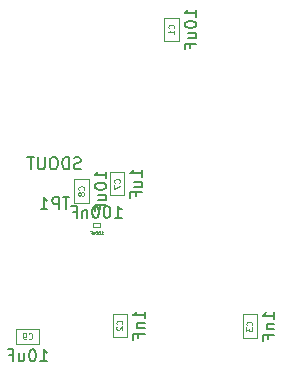
<source format=gbr>
G04 #@! TF.GenerationSoftware,KiCad,Pcbnew,5.1.1-8be2ce7~80~ubuntu18.10.1*
G04 #@! TF.CreationDate,2019-05-27T00:45:37+08:00*
G04 #@! TF.ProjectId,tas2562_dev_pcb,74617332-3536-4325-9f64-65765f706362,rev?*
G04 #@! TF.SameCoordinates,Original*
G04 #@! TF.FileFunction,Other,Fab,Bot*
%FSLAX46Y46*%
G04 Gerber Fmt 4.6, Leading zero omitted, Abs format (unit mm)*
G04 Created by KiCad (PCBNEW 5.1.1-8be2ce7~80~ubuntu18.10.1) date 2019-05-27 00:45:37*
%MOMM*%
%LPD*%
G04 APERTURE LIST*
%ADD10C,0.100000*%
%ADD11C,0.150000*%
%ADD12C,0.080000*%
%ADD13C,0.040000*%
G04 APERTURE END LIST*
D10*
X167986000Y-88200500D02*
X167986000Y-86200500D01*
X166786000Y-88200500D02*
X167986000Y-88200500D01*
X166786000Y-86200500D02*
X166786000Y-88200500D01*
X167986000Y-86200500D02*
X166786000Y-86200500D01*
X163600000Y-113262500D02*
X163600000Y-111262500D01*
X162400000Y-113262500D02*
X163600000Y-113262500D01*
X162400000Y-111262500D02*
X162400000Y-113262500D01*
X163600000Y-111262500D02*
X162400000Y-111262500D01*
X174600000Y-111337500D02*
X173400000Y-111337500D01*
X173400000Y-111337500D02*
X173400000Y-113337500D01*
X173400000Y-113337500D02*
X174600000Y-113337500D01*
X174600000Y-113337500D02*
X174600000Y-111337500D01*
X163400000Y-99262500D02*
X162200000Y-99262500D01*
X162200000Y-99262500D02*
X162200000Y-101262500D01*
X162200000Y-101262500D02*
X163400000Y-101262500D01*
X163400000Y-101262500D02*
X163400000Y-99262500D01*
X160366000Y-99886500D02*
X159166000Y-99886500D01*
X159166000Y-99886500D02*
X159166000Y-101886500D01*
X159166000Y-101886500D02*
X160366000Y-101886500D01*
X160366000Y-101886500D02*
X160366000Y-99886500D01*
X156200000Y-113800000D02*
X156200000Y-112600000D01*
X156200000Y-112600000D02*
X154200000Y-112600000D01*
X154200000Y-112600000D02*
X154200000Y-113800000D01*
X154200000Y-113800000D02*
X156200000Y-113800000D01*
X160736000Y-103609000D02*
X160736000Y-103909000D01*
X160736000Y-103909000D02*
X161336000Y-103909000D01*
X161336000Y-103909000D02*
X161336000Y-103609000D01*
X161336000Y-103609000D02*
X160736000Y-103609000D01*
D11*
X169488380Y-86129071D02*
X169488380Y-85557642D01*
X169488380Y-85843357D02*
X168488380Y-85843357D01*
X168631238Y-85748119D01*
X168726476Y-85652880D01*
X168774095Y-85557642D01*
X168488380Y-86748119D02*
X168488380Y-86843357D01*
X168536000Y-86938595D01*
X168583619Y-86986214D01*
X168678857Y-87033833D01*
X168869333Y-87081452D01*
X169107428Y-87081452D01*
X169297904Y-87033833D01*
X169393142Y-86986214D01*
X169440761Y-86938595D01*
X169488380Y-86843357D01*
X169488380Y-86748119D01*
X169440761Y-86652880D01*
X169393142Y-86605261D01*
X169297904Y-86557642D01*
X169107428Y-86510023D01*
X168869333Y-86510023D01*
X168678857Y-86557642D01*
X168583619Y-86605261D01*
X168536000Y-86652880D01*
X168488380Y-86748119D01*
X168821714Y-87938595D02*
X169488380Y-87938595D01*
X168821714Y-87510023D02*
X169345523Y-87510023D01*
X169440761Y-87557642D01*
X169488380Y-87652880D01*
X169488380Y-87795738D01*
X169440761Y-87890976D01*
X169393142Y-87938595D01*
X168964571Y-88748119D02*
X168964571Y-88414785D01*
X169488380Y-88414785D02*
X168488380Y-88414785D01*
X168488380Y-88890976D01*
D12*
X167564571Y-87117166D02*
X167588380Y-87093357D01*
X167612190Y-87021928D01*
X167612190Y-86974309D01*
X167588380Y-86902880D01*
X167540761Y-86855261D01*
X167493142Y-86831452D01*
X167397904Y-86807642D01*
X167326476Y-86807642D01*
X167231238Y-86831452D01*
X167183619Y-86855261D01*
X167136000Y-86902880D01*
X167112190Y-86974309D01*
X167112190Y-87021928D01*
X167136000Y-87093357D01*
X167159809Y-87117166D01*
X167612190Y-87593357D02*
X167612190Y-87307642D01*
X167612190Y-87450500D02*
X167112190Y-87450500D01*
X167183619Y-87402880D01*
X167231238Y-87355261D01*
X167255047Y-87307642D01*
D11*
X165102380Y-111667261D02*
X165102380Y-111095833D01*
X165102380Y-111381547D02*
X164102380Y-111381547D01*
X164245238Y-111286309D01*
X164340476Y-111191071D01*
X164388095Y-111095833D01*
X164435714Y-112095833D02*
X165102380Y-112095833D01*
X164530952Y-112095833D02*
X164483333Y-112143452D01*
X164435714Y-112238690D01*
X164435714Y-112381547D01*
X164483333Y-112476785D01*
X164578571Y-112524404D01*
X165102380Y-112524404D01*
X164578571Y-113333928D02*
X164578571Y-113000595D01*
X165102380Y-113000595D02*
X164102380Y-113000595D01*
X164102380Y-113476785D01*
D12*
X163178571Y-112179166D02*
X163202380Y-112155357D01*
X163226190Y-112083928D01*
X163226190Y-112036309D01*
X163202380Y-111964880D01*
X163154761Y-111917261D01*
X163107142Y-111893452D01*
X163011904Y-111869642D01*
X162940476Y-111869642D01*
X162845238Y-111893452D01*
X162797619Y-111917261D01*
X162750000Y-111964880D01*
X162726190Y-112036309D01*
X162726190Y-112083928D01*
X162750000Y-112155357D01*
X162773809Y-112179166D01*
X162773809Y-112369642D02*
X162750000Y-112393452D01*
X162726190Y-112441071D01*
X162726190Y-112560119D01*
X162750000Y-112607738D01*
X162773809Y-112631547D01*
X162821428Y-112655357D01*
X162869047Y-112655357D01*
X162940476Y-112631547D01*
X163226190Y-112345833D01*
X163226190Y-112655357D01*
D11*
X176102380Y-111742261D02*
X176102380Y-111170833D01*
X176102380Y-111456547D02*
X175102380Y-111456547D01*
X175245238Y-111361309D01*
X175340476Y-111266071D01*
X175388095Y-111170833D01*
X175435714Y-112170833D02*
X176102380Y-112170833D01*
X175530952Y-112170833D02*
X175483333Y-112218452D01*
X175435714Y-112313690D01*
X175435714Y-112456547D01*
X175483333Y-112551785D01*
X175578571Y-112599404D01*
X176102380Y-112599404D01*
X175578571Y-113408928D02*
X175578571Y-113075595D01*
X176102380Y-113075595D02*
X175102380Y-113075595D01*
X175102380Y-113551785D01*
D12*
X174178571Y-112254166D02*
X174202380Y-112230357D01*
X174226190Y-112158928D01*
X174226190Y-112111309D01*
X174202380Y-112039880D01*
X174154761Y-111992261D01*
X174107142Y-111968452D01*
X174011904Y-111944642D01*
X173940476Y-111944642D01*
X173845238Y-111968452D01*
X173797619Y-111992261D01*
X173750000Y-112039880D01*
X173726190Y-112111309D01*
X173726190Y-112158928D01*
X173750000Y-112230357D01*
X173773809Y-112254166D01*
X173726190Y-112420833D02*
X173726190Y-112730357D01*
X173916666Y-112563690D01*
X173916666Y-112635119D01*
X173940476Y-112682738D01*
X173964285Y-112706547D01*
X174011904Y-112730357D01*
X174130952Y-112730357D01*
X174178571Y-112706547D01*
X174202380Y-112682738D01*
X174226190Y-112635119D01*
X174226190Y-112492261D01*
X174202380Y-112444642D01*
X174178571Y-112420833D01*
D11*
X164902380Y-99667261D02*
X164902380Y-99095833D01*
X164902380Y-99381547D02*
X163902380Y-99381547D01*
X164045238Y-99286309D01*
X164140476Y-99191071D01*
X164188095Y-99095833D01*
X164235714Y-100524404D02*
X164902380Y-100524404D01*
X164235714Y-100095833D02*
X164759523Y-100095833D01*
X164854761Y-100143452D01*
X164902380Y-100238690D01*
X164902380Y-100381547D01*
X164854761Y-100476785D01*
X164807142Y-100524404D01*
X164378571Y-101333928D02*
X164378571Y-101000595D01*
X164902380Y-101000595D02*
X163902380Y-101000595D01*
X163902380Y-101476785D01*
D12*
X162978571Y-100179166D02*
X163002380Y-100155357D01*
X163026190Y-100083928D01*
X163026190Y-100036309D01*
X163002380Y-99964880D01*
X162954761Y-99917261D01*
X162907142Y-99893452D01*
X162811904Y-99869642D01*
X162740476Y-99869642D01*
X162645238Y-99893452D01*
X162597619Y-99917261D01*
X162550000Y-99964880D01*
X162526190Y-100036309D01*
X162526190Y-100083928D01*
X162550000Y-100155357D01*
X162573809Y-100179166D01*
X162526190Y-100345833D02*
X162526190Y-100679166D01*
X163026190Y-100464880D01*
D11*
X161868380Y-99815071D02*
X161868380Y-99243642D01*
X161868380Y-99529357D02*
X160868380Y-99529357D01*
X161011238Y-99434119D01*
X161106476Y-99338880D01*
X161154095Y-99243642D01*
X160868380Y-100434119D02*
X160868380Y-100529357D01*
X160916000Y-100624595D01*
X160963619Y-100672214D01*
X161058857Y-100719833D01*
X161249333Y-100767452D01*
X161487428Y-100767452D01*
X161677904Y-100719833D01*
X161773142Y-100672214D01*
X161820761Y-100624595D01*
X161868380Y-100529357D01*
X161868380Y-100434119D01*
X161820761Y-100338880D01*
X161773142Y-100291261D01*
X161677904Y-100243642D01*
X161487428Y-100196023D01*
X161249333Y-100196023D01*
X161058857Y-100243642D01*
X160963619Y-100291261D01*
X160916000Y-100338880D01*
X160868380Y-100434119D01*
X161201714Y-101624595D02*
X161868380Y-101624595D01*
X161201714Y-101196023D02*
X161725523Y-101196023D01*
X161820761Y-101243642D01*
X161868380Y-101338880D01*
X161868380Y-101481738D01*
X161820761Y-101576976D01*
X161773142Y-101624595D01*
X161344571Y-102434119D02*
X161344571Y-102100785D01*
X161868380Y-102100785D02*
X160868380Y-102100785D01*
X160868380Y-102576976D01*
D12*
X159944571Y-100803166D02*
X159968380Y-100779357D01*
X159992190Y-100707928D01*
X159992190Y-100660309D01*
X159968380Y-100588880D01*
X159920761Y-100541261D01*
X159873142Y-100517452D01*
X159777904Y-100493642D01*
X159706476Y-100493642D01*
X159611238Y-100517452D01*
X159563619Y-100541261D01*
X159516000Y-100588880D01*
X159492190Y-100660309D01*
X159492190Y-100707928D01*
X159516000Y-100779357D01*
X159539809Y-100803166D01*
X159706476Y-101088880D02*
X159682666Y-101041261D01*
X159658857Y-101017452D01*
X159611238Y-100993642D01*
X159587428Y-100993642D01*
X159539809Y-101017452D01*
X159516000Y-101041261D01*
X159492190Y-101088880D01*
X159492190Y-101184119D01*
X159516000Y-101231738D01*
X159539809Y-101255547D01*
X159587428Y-101279357D01*
X159611238Y-101279357D01*
X159658857Y-101255547D01*
X159682666Y-101231738D01*
X159706476Y-101184119D01*
X159706476Y-101088880D01*
X159730285Y-101041261D01*
X159754095Y-101017452D01*
X159801714Y-100993642D01*
X159896952Y-100993642D01*
X159944571Y-101017452D01*
X159968380Y-101041261D01*
X159992190Y-101088880D01*
X159992190Y-101184119D01*
X159968380Y-101231738D01*
X159944571Y-101255547D01*
X159896952Y-101279357D01*
X159801714Y-101279357D01*
X159754095Y-101255547D01*
X159730285Y-101231738D01*
X159706476Y-101184119D01*
D11*
X159694285Y-98984761D02*
X159551428Y-99032380D01*
X159313333Y-99032380D01*
X159218095Y-98984761D01*
X159170476Y-98937142D01*
X159122857Y-98841904D01*
X159122857Y-98746666D01*
X159170476Y-98651428D01*
X159218095Y-98603809D01*
X159313333Y-98556190D01*
X159503809Y-98508571D01*
X159599047Y-98460952D01*
X159646666Y-98413333D01*
X159694285Y-98318095D01*
X159694285Y-98222857D01*
X159646666Y-98127619D01*
X159599047Y-98080000D01*
X159503809Y-98032380D01*
X159265714Y-98032380D01*
X159122857Y-98080000D01*
X158694285Y-99032380D02*
X158694285Y-98032380D01*
X158456190Y-98032380D01*
X158313333Y-98080000D01*
X158218095Y-98175238D01*
X158170476Y-98270476D01*
X158122857Y-98460952D01*
X158122857Y-98603809D01*
X158170476Y-98794285D01*
X158218095Y-98889523D01*
X158313333Y-98984761D01*
X158456190Y-99032380D01*
X158694285Y-99032380D01*
X157503809Y-98032380D02*
X157313333Y-98032380D01*
X157218095Y-98080000D01*
X157122857Y-98175238D01*
X157075238Y-98365714D01*
X157075238Y-98699047D01*
X157122857Y-98889523D01*
X157218095Y-98984761D01*
X157313333Y-99032380D01*
X157503809Y-99032380D01*
X157599047Y-98984761D01*
X157694285Y-98889523D01*
X157741904Y-98699047D01*
X157741904Y-98365714D01*
X157694285Y-98175238D01*
X157599047Y-98080000D01*
X157503809Y-98032380D01*
X156646666Y-98032380D02*
X156646666Y-98841904D01*
X156599047Y-98937142D01*
X156551428Y-98984761D01*
X156456190Y-99032380D01*
X156265714Y-99032380D01*
X156170476Y-98984761D01*
X156122857Y-98937142D01*
X156075238Y-98841904D01*
X156075238Y-98032380D01*
X155741904Y-98032380D02*
X155170476Y-98032380D01*
X155456190Y-99032380D02*
X155456190Y-98032380D01*
X158741904Y-101432380D02*
X158170476Y-101432380D01*
X158456190Y-102432380D02*
X158456190Y-101432380D01*
X157837142Y-102432380D02*
X157837142Y-101432380D01*
X157456190Y-101432380D01*
X157360952Y-101480000D01*
X157313333Y-101527619D01*
X157265714Y-101622857D01*
X157265714Y-101765714D01*
X157313333Y-101860952D01*
X157360952Y-101908571D01*
X157456190Y-101956190D01*
X157837142Y-101956190D01*
X156313333Y-102432380D02*
X156884761Y-102432380D01*
X156599047Y-102432380D02*
X156599047Y-101432380D01*
X156694285Y-101575238D01*
X156789523Y-101670476D01*
X156884761Y-101718095D01*
X156271428Y-115302380D02*
X156842857Y-115302380D01*
X156557142Y-115302380D02*
X156557142Y-114302380D01*
X156652380Y-114445238D01*
X156747619Y-114540476D01*
X156842857Y-114588095D01*
X155652380Y-114302380D02*
X155557142Y-114302380D01*
X155461904Y-114350000D01*
X155414285Y-114397619D01*
X155366666Y-114492857D01*
X155319047Y-114683333D01*
X155319047Y-114921428D01*
X155366666Y-115111904D01*
X155414285Y-115207142D01*
X155461904Y-115254761D01*
X155557142Y-115302380D01*
X155652380Y-115302380D01*
X155747619Y-115254761D01*
X155795238Y-115207142D01*
X155842857Y-115111904D01*
X155890476Y-114921428D01*
X155890476Y-114683333D01*
X155842857Y-114492857D01*
X155795238Y-114397619D01*
X155747619Y-114350000D01*
X155652380Y-114302380D01*
X154461904Y-114635714D02*
X154461904Y-115302380D01*
X154890476Y-114635714D02*
X154890476Y-115159523D01*
X154842857Y-115254761D01*
X154747619Y-115302380D01*
X154604761Y-115302380D01*
X154509523Y-115254761D01*
X154461904Y-115207142D01*
X153652380Y-114778571D02*
X153985714Y-114778571D01*
X153985714Y-115302380D02*
X153985714Y-114302380D01*
X153509523Y-114302380D01*
D12*
X155283333Y-113378571D02*
X155307142Y-113402380D01*
X155378571Y-113426190D01*
X155426190Y-113426190D01*
X155497619Y-113402380D01*
X155545238Y-113354761D01*
X155569047Y-113307142D01*
X155592857Y-113211904D01*
X155592857Y-113140476D01*
X155569047Y-113045238D01*
X155545238Y-112997619D01*
X155497619Y-112950000D01*
X155426190Y-112926190D01*
X155378571Y-112926190D01*
X155307142Y-112950000D01*
X155283333Y-112973809D01*
X155045238Y-113426190D02*
X154950000Y-113426190D01*
X154902380Y-113402380D01*
X154878571Y-113378571D01*
X154830952Y-113307142D01*
X154807142Y-113211904D01*
X154807142Y-113021428D01*
X154830952Y-112973809D01*
X154854761Y-112950000D01*
X154902380Y-112926190D01*
X154997619Y-112926190D01*
X155045238Y-112950000D01*
X155069047Y-112973809D01*
X155092857Y-113021428D01*
X155092857Y-113140476D01*
X155069047Y-113188095D01*
X155045238Y-113211904D01*
X154997619Y-113235714D01*
X154902380Y-113235714D01*
X154854761Y-113211904D01*
X154830952Y-113188095D01*
X154807142Y-113140476D01*
D11*
X162583619Y-103161380D02*
X163155047Y-103161380D01*
X162869333Y-103161380D02*
X162869333Y-102161380D01*
X162964571Y-102304238D01*
X163059809Y-102399476D01*
X163155047Y-102447095D01*
X161964571Y-102161380D02*
X161869333Y-102161380D01*
X161774095Y-102209000D01*
X161726476Y-102256619D01*
X161678857Y-102351857D01*
X161631238Y-102542333D01*
X161631238Y-102780428D01*
X161678857Y-102970904D01*
X161726476Y-103066142D01*
X161774095Y-103113761D01*
X161869333Y-103161380D01*
X161964571Y-103161380D01*
X162059809Y-103113761D01*
X162107428Y-103066142D01*
X162155047Y-102970904D01*
X162202666Y-102780428D01*
X162202666Y-102542333D01*
X162155047Y-102351857D01*
X162107428Y-102256619D01*
X162059809Y-102209000D01*
X161964571Y-102161380D01*
X161012190Y-102161380D02*
X160916952Y-102161380D01*
X160821714Y-102209000D01*
X160774095Y-102256619D01*
X160726476Y-102351857D01*
X160678857Y-102542333D01*
X160678857Y-102780428D01*
X160726476Y-102970904D01*
X160774095Y-103066142D01*
X160821714Y-103113761D01*
X160916952Y-103161380D01*
X161012190Y-103161380D01*
X161107428Y-103113761D01*
X161155047Y-103066142D01*
X161202666Y-102970904D01*
X161250285Y-102780428D01*
X161250285Y-102542333D01*
X161202666Y-102351857D01*
X161155047Y-102256619D01*
X161107428Y-102209000D01*
X161012190Y-102161380D01*
X160250285Y-102494714D02*
X160250285Y-103161380D01*
X160250285Y-102589952D02*
X160202666Y-102542333D01*
X160107428Y-102494714D01*
X159964571Y-102494714D01*
X159869333Y-102542333D01*
X159821714Y-102637571D01*
X159821714Y-103161380D01*
X159012190Y-102637571D02*
X159345523Y-102637571D01*
X159345523Y-103161380D02*
X159345523Y-102161380D01*
X158869333Y-102161380D01*
D13*
X161422904Y-104552095D02*
X161565761Y-104552095D01*
X161494333Y-104552095D02*
X161494333Y-104302095D01*
X161518142Y-104337809D01*
X161541952Y-104361619D01*
X161565761Y-104373523D01*
X161268142Y-104302095D02*
X161244333Y-104302095D01*
X161220523Y-104314000D01*
X161208619Y-104325904D01*
X161196714Y-104349714D01*
X161184809Y-104397333D01*
X161184809Y-104456857D01*
X161196714Y-104504476D01*
X161208619Y-104528285D01*
X161220523Y-104540190D01*
X161244333Y-104552095D01*
X161268142Y-104552095D01*
X161291952Y-104540190D01*
X161303857Y-104528285D01*
X161315761Y-104504476D01*
X161327666Y-104456857D01*
X161327666Y-104397333D01*
X161315761Y-104349714D01*
X161303857Y-104325904D01*
X161291952Y-104314000D01*
X161268142Y-104302095D01*
X161030047Y-104302095D02*
X161006238Y-104302095D01*
X160982428Y-104314000D01*
X160970523Y-104325904D01*
X160958619Y-104349714D01*
X160946714Y-104397333D01*
X160946714Y-104456857D01*
X160958619Y-104504476D01*
X160970523Y-104528285D01*
X160982428Y-104540190D01*
X161006238Y-104552095D01*
X161030047Y-104552095D01*
X161053857Y-104540190D01*
X161065761Y-104528285D01*
X161077666Y-104504476D01*
X161089571Y-104456857D01*
X161089571Y-104397333D01*
X161077666Y-104349714D01*
X161065761Y-104325904D01*
X161053857Y-104314000D01*
X161030047Y-104302095D01*
X160839571Y-104385428D02*
X160839571Y-104552095D01*
X160839571Y-104409238D02*
X160827666Y-104397333D01*
X160803857Y-104385428D01*
X160768142Y-104385428D01*
X160744333Y-104397333D01*
X160732428Y-104421142D01*
X160732428Y-104552095D01*
X160530047Y-104421142D02*
X160613380Y-104421142D01*
X160613380Y-104552095D02*
X160613380Y-104302095D01*
X160494333Y-104302095D01*
M02*

</source>
